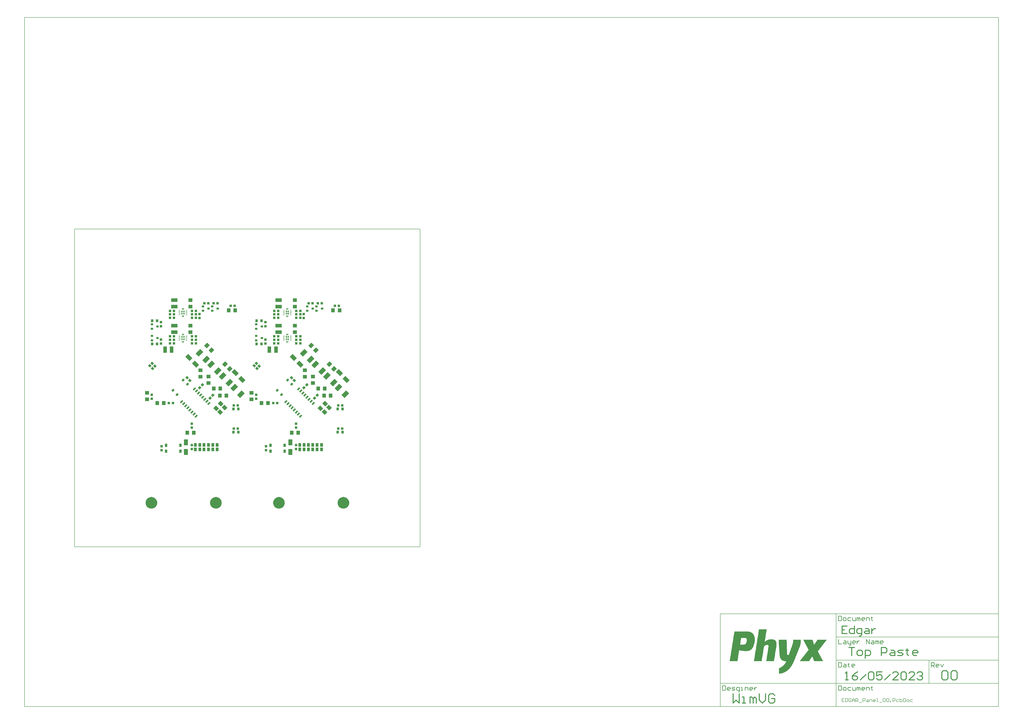
<source format=gtp>
G04*
G04 #@! TF.GenerationSoftware,Altium Limited,Altium Designer,23.5.0 (17)*
G04*
G04 Layer_Color=8421504*
%FSLAX25Y25*%
%MOIN*%
G70*
G04*
G04 #@! TF.SameCoordinates,B4EA8652-FAED-489D-AB06-0C51CEF096E7*
G04*
G04*
G04 #@! TF.FilePolarity,Positive*
G04*
G01*
G75*
%ADD10C,0.01575*%
%ADD11C,0.00591*%
%ADD13C,0.00984*%
G04:AMPARAMS|DCode=17|XSize=25.2mil|YSize=51.97mil|CornerRadius=0mil|HoleSize=0mil|Usage=FLASHONLY|Rotation=135.000|XOffset=0mil|YOffset=0mil|HoleType=Round|Shape=Rectangle|*
%AMROTATEDRECTD17*
4,1,4,0.02728,0.00947,-0.00947,-0.02728,-0.02728,-0.00947,0.00947,0.02728,0.02728,0.00947,0.0*
%
%ADD17ROTATEDRECTD17*%

%ADD18R,0.03937X0.04331*%
G04:AMPARAMS|DCode=19|XSize=39.37mil|YSize=43.31mil|CornerRadius=0mil|HoleSize=0mil|Usage=FLASHONLY|Rotation=225.000|XOffset=0mil|YOffset=0mil|HoleType=Round|Shape=Rectangle|*
%AMROTATEDRECTD19*
4,1,4,-0.00139,0.02923,0.02923,-0.00139,0.00139,-0.02923,-0.02923,0.00139,-0.00139,0.02923,0.0*
%
%ADD19ROTATEDRECTD19*%

G04:AMPARAMS|DCode=20|XSize=43.31mil|YSize=35.43mil|CornerRadius=8.86mil|HoleSize=0mil|Usage=FLASHONLY|Rotation=45.000|XOffset=0mil|YOffset=0mil|HoleType=Round|Shape=RoundedRectangle|*
%AMROUNDEDRECTD20*
21,1,0.04331,0.01772,0,0,45.0*
21,1,0.02559,0.03543,0,0,45.0*
1,1,0.01772,0.01531,0.00278*
1,1,0.01772,-0.00278,-0.01531*
1,1,0.01772,-0.01531,-0.00278*
1,1,0.01772,0.00278,0.01531*
%
%ADD20ROUNDEDRECTD20*%
%ADD21R,0.03937X0.05512*%
%ADD22R,0.06299X0.07087*%
%ADD23R,0.04331X0.03937*%
%ADD24R,0.06693X0.10236*%
%ADD25R,0.04724X0.05906*%
%ADD26O,0.02756X0.00984*%
%ADD28R,0.10630X0.06299*%
%ADD29R,0.07087X0.06299*%
%ADD30R,0.03937X0.03347*%
%ADD31R,0.03937X0.03347*%
G04:AMPARAMS|DCode=32|XSize=39.37mil|YSize=43.31mil|CornerRadius=0mil|HoleSize=0mil|Usage=FLASHONLY|Rotation=135.000|XOffset=0mil|YOffset=0mil|HoleType=Round|Shape=Rectangle|*
%AMROTATEDRECTD32*
4,1,4,0.02923,0.00139,-0.00139,-0.02923,-0.02923,-0.00139,0.00139,0.02923,0.02923,0.00139,0.0*
%
%ADD32ROTATEDRECTD32*%

G04:AMPARAMS|DCode=33|XSize=70.87mil|YSize=62.99mil|CornerRadius=0mil|HoleSize=0mil|Usage=FLASHONLY|Rotation=315.000|XOffset=0mil|YOffset=0mil|HoleType=Round|Shape=Rectangle|*
%AMROTATEDRECTD33*
4,1,4,-0.04733,0.00278,-0.00278,0.04733,0.04733,-0.00278,0.00278,-0.04733,-0.04733,0.00278,0.0*
%
%ADD33ROTATEDRECTD33*%

G04:AMPARAMS|DCode=34|XSize=70.87mil|YSize=62.99mil|CornerRadius=0mil|HoleSize=0mil|Usage=FLASHONLY|Rotation=225.000|XOffset=0mil|YOffset=0mil|HoleType=Round|Shape=Rectangle|*
%AMROTATEDRECTD34*
4,1,4,0.00278,0.04733,0.04733,0.00278,-0.00278,-0.04733,-0.04733,-0.00278,0.00278,0.04733,0.0*
%
%ADD34ROTATEDRECTD34*%

G04:AMPARAMS|DCode=35|XSize=102.36mil|YSize=66.93mil|CornerRadius=0mil|HoleSize=0mil|Usage=FLASHONLY|Rotation=135.000|XOffset=0mil|YOffset=0mil|HoleType=Round|Shape=Rectangle|*
%AMROTATEDRECTD35*
4,1,4,0.05985,-0.01253,0.01253,-0.05985,-0.05985,0.01253,-0.01253,0.05985,0.05985,-0.01253,0.0*
%
%ADD35ROTATEDRECTD35*%

G04:AMPARAMS|DCode=36|XSize=74.8mil|YSize=110.24mil|CornerRadius=0mil|HoleSize=0mil|Usage=FLASHONLY|Rotation=315.000|XOffset=0mil|YOffset=0mil|HoleType=Round|Shape=Rectangle|*
%AMROTATEDRECTD36*
4,1,4,-0.06542,-0.01253,0.01253,0.06542,0.06542,0.01253,-0.01253,-0.06542,-0.06542,-0.01253,0.0*
%
%ADD36ROTATEDRECTD36*%

%ADD37R,0.06299X0.10630*%
%ADD38R,0.03937X0.05118*%
%ADD39C,0.00787*%
%ADD59R,0.01181X0.02756*%
%ADD60R,0.02362X0.03149*%
%ADD61R,0.02362X0.03149*%
G36*
X126493Y-67307D02*
X128284Y-68049D01*
X129896Y-69126D01*
X131267Y-70497D01*
X132344Y-72109D01*
X133086Y-73901D01*
X133464Y-75802D01*
Y-76771D01*
Y-77741D01*
X133086Y-79642D01*
X132344Y-81434D01*
X131267Y-83046D01*
X129896Y-84417D01*
X128284Y-85494D01*
X126493Y-86236D01*
X124591Y-86614D01*
X122652D01*
X120751Y-86236D01*
X118960Y-85494D01*
X117348Y-84417D01*
X115977Y-83046D01*
X114900Y-81434D01*
X114158Y-79642D01*
X113779Y-77741D01*
Y-76771D01*
Y-75802D01*
X114158Y-73901D01*
X114900Y-72109D01*
X115977Y-70497D01*
X117348Y-69126D01*
X118960Y-68049D01*
X120751Y-67307D01*
X122652Y-66929D01*
X124591D01*
X126493Y-67307D01*
D02*
G37*
G36*
X233580Y-67307D02*
X235371Y-68049D01*
X236983Y-69126D01*
X238354Y-70497D01*
X239431Y-72109D01*
X240173Y-73901D01*
X240551Y-75802D01*
Y-76772D01*
Y-77741D01*
X240173Y-79642D01*
X239431Y-81434D01*
X238354Y-83046D01*
X236983Y-84417D01*
X235371Y-85494D01*
X233580Y-86236D01*
X231678Y-86614D01*
X229739D01*
X227838Y-86236D01*
X226047Y-85494D01*
X224434Y-84417D01*
X223064Y-83046D01*
X221987Y-81434D01*
X221245Y-79642D01*
X220866Y-77741D01*
Y-76772D01*
Y-75802D01*
X221245Y-73901D01*
X221987Y-72109D01*
X223064Y-70497D01*
X224434Y-69126D01*
X226047Y-68049D01*
X227838Y-67307D01*
X229739Y-66929D01*
X231678D01*
X233580Y-67307D01*
D02*
G37*
G36*
X343028Y-67307D02*
X344820Y-68049D01*
X346432Y-69126D01*
X347803Y-70497D01*
X348880Y-72109D01*
X349622Y-73901D01*
X350000Y-75802D01*
Y-76772D01*
Y-77741D01*
X349622Y-79643D01*
X348880Y-81434D01*
X347803Y-83046D01*
X346432Y-84417D01*
X344820Y-85494D01*
X343028Y-86236D01*
X341127Y-86614D01*
X339188D01*
X337286Y-86236D01*
X335495Y-85494D01*
X333883Y-84417D01*
X332512Y-83046D01*
X331435Y-81434D01*
X330693Y-79643D01*
X330315Y-77741D01*
Y-76772D01*
Y-75802D01*
X330693Y-73901D01*
X331435Y-72109D01*
X332512Y-70497D01*
X333883Y-69126D01*
X335495Y-68049D01*
X337286Y-67307D01*
X339188Y-66929D01*
X341127D01*
X343028Y-67307D01*
D02*
G37*
G36*
X17044Y-67307D02*
X18835Y-68049D01*
X20448Y-69126D01*
X21818Y-70497D01*
X22896Y-72110D01*
X23638Y-73901D01*
X24016Y-75802D01*
Y-76772D01*
Y-77741D01*
X23638Y-79643D01*
X22896Y-81434D01*
X21818Y-83046D01*
X20448Y-84417D01*
X18835Y-85494D01*
X17044Y-86236D01*
X15143Y-86614D01*
X13204D01*
X11302Y-86236D01*
X9511Y-85494D01*
X7899Y-84417D01*
X6528Y-83046D01*
X5451Y-81434D01*
X4709Y-79643D01*
X4331Y-77741D01*
Y-76772D01*
Y-75802D01*
X4709Y-73901D01*
X5451Y-72110D01*
X6528Y-70497D01*
X7899Y-69126D01*
X9511Y-68049D01*
X11302Y-67307D01*
X13204Y-66929D01*
X15143D01*
X17044Y-67307D01*
D02*
G37*
G36*
X1160849Y-309351D02*
X1160562D01*
Y-309637D01*
X1160276D01*
Y-309924D01*
Y-310210D01*
X1159990D01*
Y-310496D01*
X1159703D01*
Y-310783D01*
X1159417D01*
Y-311069D01*
Y-311355D01*
X1159131D01*
Y-311642D01*
X1158844D01*
Y-311928D01*
X1158558D01*
Y-312214D01*
X1158272D01*
Y-312501D01*
Y-312787D01*
X1157985D01*
Y-313073D01*
X1157699D01*
Y-313359D01*
X1157413D01*
Y-313646D01*
Y-313932D01*
X1157127D01*
Y-314218D01*
X1156840D01*
Y-314505D01*
X1156554D01*
Y-314791D01*
X1156268D01*
Y-315077D01*
Y-315364D01*
X1155981D01*
Y-315650D01*
X1155695D01*
Y-315936D01*
X1155409D01*
Y-316223D01*
Y-316509D01*
X1155122D01*
Y-316795D01*
X1154836D01*
Y-317081D01*
X1154550D01*
Y-317368D01*
Y-317654D01*
X1154263D01*
Y-317940D01*
X1153977D01*
Y-318227D01*
X1153691D01*
Y-318513D01*
X1153405D01*
Y-318799D01*
Y-319086D01*
X1153118D01*
Y-319372D01*
X1152832D01*
Y-319658D01*
X1152546D01*
Y-319945D01*
Y-320231D01*
X1152259D01*
Y-320517D01*
X1151973D01*
Y-320803D01*
X1151687D01*
Y-321090D01*
Y-321376D01*
X1151400D01*
Y-321662D01*
X1151114D01*
Y-321949D01*
X1150828D01*
Y-322235D01*
X1150541D01*
Y-322521D01*
Y-322808D01*
X1150255D01*
Y-323094D01*
X1149969D01*
Y-323380D01*
X1149682D01*
Y-323667D01*
Y-323953D01*
X1149396D01*
Y-324239D01*
X1149110D01*
Y-324526D01*
X1148824D01*
Y-324812D01*
Y-325098D01*
X1148537D01*
Y-325384D01*
X1148251D01*
Y-325671D01*
X1147965D01*
Y-325957D01*
X1147678D01*
Y-326243D01*
Y-326530D01*
X1147392D01*
Y-326816D01*
X1147106D01*
Y-327102D01*
X1146819D01*
Y-327389D01*
Y-327675D01*
X1146533D01*
Y-327961D01*
X1146247D01*
Y-328248D01*
X1145960D01*
Y-328534D01*
X1145674D01*
Y-328820D01*
Y-329107D01*
X1145960D01*
Y-329393D01*
Y-329679D01*
X1146247D01*
Y-329965D01*
Y-330252D01*
X1146533D01*
Y-330538D01*
X1146819D01*
Y-330824D01*
Y-331111D01*
X1147106D01*
Y-331397D01*
Y-331683D01*
X1147392D01*
Y-331970D01*
Y-332256D01*
X1147678D01*
Y-332542D01*
Y-332829D01*
X1147965D01*
Y-333115D01*
Y-333401D01*
X1148251D01*
Y-333688D01*
Y-333974D01*
X1148537D01*
Y-334260D01*
Y-334547D01*
X1148824D01*
Y-334833D01*
Y-335119D01*
X1149110D01*
Y-335405D01*
X1149396D01*
Y-335692D01*
Y-335978D01*
X1149682D01*
Y-336264D01*
Y-336551D01*
X1149969D01*
Y-336837D01*
Y-337123D01*
X1150255D01*
Y-337410D01*
Y-337696D01*
X1150541D01*
Y-337982D01*
Y-338269D01*
X1150828D01*
Y-338555D01*
Y-338841D01*
X1151114D01*
Y-339128D01*
Y-339414D01*
X1151400D01*
Y-339700D01*
X1151687D01*
Y-339986D01*
Y-340273D01*
X1151973D01*
Y-340559D01*
Y-340845D01*
X1152259D01*
Y-341132D01*
Y-341418D01*
X1152546D01*
Y-341704D01*
Y-341991D01*
X1152832D01*
Y-342277D01*
Y-342563D01*
X1153118D01*
Y-342850D01*
Y-343136D01*
X1153405D01*
Y-343422D01*
Y-343709D01*
X1153691D01*
Y-343995D01*
X1153977D01*
Y-344281D01*
Y-344567D01*
X1154263D01*
Y-344854D01*
Y-345140D01*
X1154550D01*
Y-345427D01*
X1139375D01*
Y-345140D01*
X1139089D01*
Y-344854D01*
Y-344567D01*
Y-344281D01*
X1138803D01*
Y-343995D01*
Y-343709D01*
Y-343422D01*
X1138516D01*
Y-343136D01*
Y-342850D01*
X1138230D01*
Y-342563D01*
Y-342277D01*
Y-341991D01*
X1137944D01*
Y-341704D01*
Y-341418D01*
Y-341132D01*
X1137657D01*
Y-340845D01*
Y-340559D01*
X1137371D01*
Y-340273D01*
Y-339986D01*
Y-339700D01*
X1137085D01*
Y-339414D01*
Y-339128D01*
Y-338841D01*
X1136798D01*
Y-338555D01*
Y-338269D01*
Y-337982D01*
X1136512D01*
Y-337696D01*
X1135939D01*
Y-337982D01*
Y-338269D01*
X1135653D01*
Y-338555D01*
X1135367D01*
Y-338841D01*
Y-339128D01*
X1135081D01*
Y-339414D01*
X1134794D01*
Y-339700D01*
Y-339986D01*
X1134508D01*
Y-340273D01*
X1134221D01*
Y-340559D01*
Y-340845D01*
X1133935D01*
Y-341132D01*
X1133649D01*
Y-341418D01*
X1133363D01*
Y-341704D01*
Y-341991D01*
X1133076D01*
Y-342277D01*
X1132790D01*
Y-342563D01*
Y-342850D01*
X1132504D01*
Y-343136D01*
X1132217D01*
Y-343422D01*
Y-343709D01*
X1131931D01*
Y-343995D01*
X1131645D01*
Y-344281D01*
Y-344567D01*
X1131358D01*
Y-344854D01*
X1131072D01*
Y-345140D01*
Y-345427D01*
X1115039D01*
Y-345140D01*
X1115325D01*
Y-344854D01*
X1115611D01*
Y-344567D01*
X1115897D01*
Y-344281D01*
X1116184D01*
Y-343995D01*
Y-343709D01*
X1116470D01*
Y-343422D01*
X1116757D01*
Y-343136D01*
X1117043D01*
Y-342850D01*
X1117329D01*
Y-342563D01*
Y-342277D01*
X1117615D01*
Y-341991D01*
X1117902D01*
Y-341704D01*
X1118188D01*
Y-341418D01*
Y-341132D01*
X1118474D01*
Y-340845D01*
X1118761D01*
Y-340559D01*
X1119047D01*
Y-340273D01*
X1119333D01*
Y-339986D01*
Y-339700D01*
X1119620D01*
Y-339414D01*
X1119906D01*
Y-339128D01*
X1120192D01*
Y-338841D01*
X1120479D01*
Y-338555D01*
Y-338269D01*
X1120765D01*
Y-337982D01*
X1121051D01*
Y-337696D01*
X1121338D01*
Y-337410D01*
Y-337123D01*
X1121624D01*
Y-336837D01*
X1121910D01*
Y-336551D01*
X1122196D01*
Y-336264D01*
X1122483D01*
Y-335978D01*
Y-335692D01*
X1122769D01*
Y-335405D01*
X1123055D01*
Y-335119D01*
X1123342D01*
Y-334833D01*
Y-334547D01*
X1123628D01*
Y-334260D01*
X1123914D01*
Y-333974D01*
X1124201D01*
Y-333688D01*
X1124487D01*
Y-333401D01*
Y-333115D01*
X1124773D01*
Y-332829D01*
X1125060D01*
Y-332542D01*
X1125346D01*
Y-332256D01*
Y-331970D01*
X1125632D01*
Y-331683D01*
X1125918D01*
Y-331397D01*
X1126205D01*
Y-331111D01*
X1126491D01*
Y-330824D01*
Y-330538D01*
X1126777D01*
Y-330252D01*
X1127064D01*
Y-329965D01*
X1127350D01*
Y-329679D01*
X1127636D01*
Y-329393D01*
Y-329107D01*
X1127923D01*
Y-328820D01*
X1128209D01*
Y-328534D01*
X1128495D01*
Y-328248D01*
Y-327961D01*
X1128782D01*
Y-327675D01*
X1129068D01*
Y-327389D01*
X1129354D01*
Y-327102D01*
X1129640D01*
Y-326816D01*
Y-326530D01*
X1129927D01*
Y-326243D01*
Y-325957D01*
Y-325671D01*
X1129640D01*
Y-325384D01*
X1129354D01*
Y-325098D01*
Y-324812D01*
X1129068D01*
Y-324526D01*
Y-324239D01*
X1128782D01*
Y-323953D01*
Y-323667D01*
X1128495D01*
Y-323380D01*
Y-323094D01*
X1128209D01*
Y-322808D01*
Y-322521D01*
X1127923D01*
Y-322235D01*
Y-321949D01*
X1127636D01*
Y-321662D01*
X1127350D01*
Y-321376D01*
Y-321090D01*
X1127064D01*
Y-320803D01*
Y-320517D01*
X1126777D01*
Y-320231D01*
Y-319945D01*
X1126491D01*
Y-319658D01*
Y-319372D01*
X1126205D01*
Y-319086D01*
Y-318799D01*
X1125918D01*
Y-318513D01*
Y-318227D01*
X1125632D01*
Y-317940D01*
X1125346D01*
Y-317654D01*
Y-317368D01*
X1125060D01*
Y-317081D01*
Y-316795D01*
X1124773D01*
Y-316509D01*
Y-316223D01*
X1124487D01*
Y-315936D01*
Y-315650D01*
X1124201D01*
Y-315364D01*
Y-315077D01*
X1123914D01*
Y-314791D01*
Y-314505D01*
X1123628D01*
Y-314218D01*
Y-313932D01*
X1123342D01*
Y-313646D01*
X1123055D01*
Y-313359D01*
Y-313073D01*
X1122769D01*
Y-312787D01*
Y-312501D01*
X1122483D01*
Y-312214D01*
Y-311928D01*
X1122196D01*
Y-311642D01*
Y-311355D01*
X1121910D01*
Y-311069D01*
Y-310783D01*
X1121624D01*
Y-310496D01*
Y-310210D01*
X1121338D01*
Y-309924D01*
X1121051D01*
Y-309637D01*
Y-309351D01*
X1120765D01*
Y-309065D01*
X1136512D01*
Y-309351D01*
X1136798D01*
Y-309637D01*
Y-309924D01*
Y-310210D01*
X1137085D01*
Y-310496D01*
Y-310783D01*
Y-311069D01*
X1137371D01*
Y-311355D01*
Y-311642D01*
Y-311928D01*
X1137657D01*
Y-312214D01*
Y-312501D01*
Y-312787D01*
X1137944D01*
Y-313073D01*
Y-313359D01*
Y-313646D01*
X1138230D01*
Y-313932D01*
Y-314218D01*
Y-314505D01*
X1138516D01*
Y-314791D01*
Y-315077D01*
Y-315364D01*
X1138803D01*
Y-315650D01*
Y-315936D01*
Y-316223D01*
X1139089D01*
Y-316509D01*
Y-316795D01*
Y-317081D01*
Y-317368D01*
X1139662D01*
Y-317081D01*
X1139948D01*
Y-316795D01*
X1140234D01*
Y-316509D01*
Y-316223D01*
X1140520D01*
Y-315936D01*
X1140807D01*
Y-315650D01*
Y-315364D01*
X1141093D01*
Y-315077D01*
X1141379D01*
Y-314791D01*
Y-314505D01*
X1141666D01*
Y-314218D01*
X1141952D01*
Y-313932D01*
Y-313646D01*
X1142238D01*
Y-313359D01*
X1142525D01*
Y-313073D01*
Y-312787D01*
X1142811D01*
Y-312501D01*
X1143097D01*
Y-312214D01*
Y-311928D01*
X1143384D01*
Y-311642D01*
X1143670D01*
Y-311355D01*
Y-311069D01*
X1143956D01*
Y-310783D01*
X1144242D01*
Y-310496D01*
Y-310210D01*
X1144529D01*
Y-309924D01*
X1144815D01*
Y-309637D01*
Y-309351D01*
X1145101D01*
Y-309065D01*
X1160849D01*
Y-309351D01*
D02*
G37*
G36*
X1027713Y-295322D02*
X1029431D01*
Y-295608D01*
X1030290D01*
Y-295894D01*
X1031149D01*
Y-296181D01*
X1032008D01*
Y-296467D01*
X1032580D01*
Y-296753D01*
X1032867D01*
Y-297040D01*
X1033439D01*
Y-297326D01*
X1033726D01*
Y-297612D01*
X1034298D01*
Y-297899D01*
X1034585D01*
Y-298185D01*
X1034871D01*
Y-298471D01*
X1035157D01*
Y-298758D01*
X1035444D01*
Y-299044D01*
X1035730D01*
Y-299330D01*
X1036016D01*
Y-299616D01*
Y-299903D01*
X1036302D01*
Y-300189D01*
X1036589D01*
Y-300475D01*
Y-300762D01*
X1036875D01*
Y-301048D01*
X1037162D01*
Y-301334D01*
Y-301621D01*
X1037448D01*
Y-301907D01*
Y-302193D01*
Y-302480D01*
X1037734D01*
Y-302766D01*
Y-303052D01*
Y-303339D01*
X1038020D01*
Y-303625D01*
Y-303911D01*
Y-304197D01*
Y-304484D01*
X1038307D01*
Y-304770D01*
Y-305056D01*
Y-305343D01*
Y-305629D01*
Y-305915D01*
X1038593D01*
Y-306202D01*
Y-306488D01*
Y-306774D01*
Y-307061D01*
Y-307347D01*
Y-307633D01*
Y-307920D01*
Y-308206D01*
Y-308492D01*
Y-308778D01*
Y-309065D01*
Y-309351D01*
Y-309637D01*
Y-309924D01*
Y-310210D01*
Y-310496D01*
Y-310783D01*
Y-311069D01*
Y-311355D01*
Y-311642D01*
X1038307D01*
Y-311928D01*
Y-312214D01*
Y-312501D01*
Y-312787D01*
Y-313073D01*
Y-313359D01*
Y-313646D01*
X1038020D01*
Y-313932D01*
Y-314218D01*
Y-314505D01*
Y-314791D01*
Y-315077D01*
X1037734D01*
Y-315364D01*
Y-315650D01*
Y-315936D01*
Y-316223D01*
Y-316509D01*
X1037448D01*
Y-316795D01*
Y-317081D01*
Y-317368D01*
X1037162D01*
Y-317654D01*
Y-317940D01*
Y-318227D01*
Y-318513D01*
X1036875D01*
Y-318799D01*
Y-319086D01*
Y-319372D01*
X1036589D01*
Y-319658D01*
Y-319945D01*
X1036302D01*
Y-320231D01*
Y-320517D01*
Y-320803D01*
X1036016D01*
Y-321090D01*
Y-321376D01*
X1035730D01*
Y-321662D01*
Y-321949D01*
X1035444D01*
Y-322235D01*
Y-322521D01*
X1035157D01*
Y-322808D01*
X1034871D01*
Y-323094D01*
Y-323380D01*
X1034585D01*
Y-323667D01*
X1034298D01*
Y-323953D01*
X1034012D01*
Y-324239D01*
Y-324526D01*
X1033726D01*
Y-324812D01*
X1033439D01*
Y-325098D01*
X1033153D01*
Y-325384D01*
X1032867D01*
Y-325671D01*
X1032580D01*
Y-325957D01*
X1032008D01*
Y-326243D01*
X1031722D01*
Y-326530D01*
X1031149D01*
Y-326816D01*
X1030863D01*
Y-327102D01*
X1030290D01*
Y-327389D01*
X1029431D01*
Y-327675D01*
X1028572D01*
Y-327961D01*
X1027713D01*
Y-328248D01*
X1025995D01*
Y-328534D01*
X1020842D01*
Y-328248D01*
X1018265D01*
Y-327961D01*
X1016261D01*
Y-327675D01*
X1014829D01*
Y-327389D01*
X1013398D01*
Y-327102D01*
X1011966D01*
Y-327389D01*
Y-327675D01*
Y-327961D01*
Y-328248D01*
Y-328534D01*
Y-328820D01*
Y-329107D01*
X1011680D01*
Y-329393D01*
Y-329679D01*
Y-329965D01*
Y-330252D01*
Y-330538D01*
Y-330824D01*
X1011393D01*
Y-331111D01*
Y-331397D01*
Y-331683D01*
Y-331970D01*
Y-332256D01*
Y-332542D01*
X1011107D01*
Y-332829D01*
Y-333115D01*
Y-333401D01*
Y-333688D01*
Y-333974D01*
Y-334260D01*
Y-334547D01*
X1010821D01*
Y-334833D01*
Y-335119D01*
Y-335405D01*
Y-335692D01*
Y-335978D01*
Y-336264D01*
X1010534D01*
Y-336551D01*
Y-336837D01*
Y-337123D01*
Y-337410D01*
Y-337696D01*
Y-337982D01*
X1010248D01*
Y-338269D01*
Y-338555D01*
Y-338841D01*
Y-339128D01*
Y-339414D01*
Y-339700D01*
Y-339986D01*
X1009962D01*
Y-340273D01*
Y-340559D01*
Y-340845D01*
Y-341132D01*
Y-341418D01*
Y-341704D01*
X1009676D01*
Y-341991D01*
Y-342277D01*
Y-342563D01*
Y-342850D01*
Y-343136D01*
Y-343422D01*
X1009389D01*
Y-343709D01*
Y-343995D01*
Y-344281D01*
Y-344567D01*
Y-344854D01*
Y-345140D01*
Y-345427D01*
X995932D01*
Y-345140D01*
X996219D01*
Y-344854D01*
Y-344567D01*
Y-344281D01*
Y-343995D01*
Y-343709D01*
X996505D01*
Y-343422D01*
Y-343136D01*
Y-342850D01*
Y-342563D01*
Y-342277D01*
Y-341991D01*
Y-341704D01*
X996791D01*
Y-341418D01*
Y-341132D01*
Y-340845D01*
Y-340559D01*
Y-340273D01*
Y-339986D01*
X997078D01*
Y-339700D01*
Y-339414D01*
Y-339128D01*
Y-338841D01*
Y-338555D01*
Y-338269D01*
X997364D01*
Y-337982D01*
Y-337696D01*
Y-337410D01*
Y-337123D01*
Y-336837D01*
Y-336551D01*
Y-336264D01*
X997650D01*
Y-335978D01*
Y-335692D01*
Y-335405D01*
Y-335119D01*
Y-334833D01*
Y-334547D01*
X997937D01*
Y-334260D01*
Y-333974D01*
Y-333688D01*
Y-333401D01*
Y-333115D01*
Y-332829D01*
X998223D01*
Y-332542D01*
Y-332256D01*
Y-331970D01*
Y-331683D01*
Y-331397D01*
Y-331111D01*
X998509D01*
Y-330824D01*
Y-330538D01*
Y-330252D01*
Y-329965D01*
Y-329679D01*
Y-329393D01*
Y-329107D01*
X998796D01*
Y-328820D01*
Y-328534D01*
Y-328248D01*
Y-327961D01*
Y-327675D01*
Y-327389D01*
X999082D01*
Y-327102D01*
Y-326816D01*
Y-326530D01*
Y-326243D01*
Y-325957D01*
Y-325671D01*
X999368D01*
Y-325384D01*
Y-325098D01*
Y-324812D01*
Y-324526D01*
Y-324239D01*
Y-323953D01*
X999654D01*
Y-323667D01*
Y-323380D01*
Y-323094D01*
Y-322808D01*
Y-322521D01*
Y-322235D01*
Y-321949D01*
X999941D01*
Y-321662D01*
Y-321376D01*
Y-321090D01*
Y-320803D01*
Y-320517D01*
Y-320231D01*
X1000227D01*
Y-319945D01*
Y-319658D01*
Y-319372D01*
Y-319086D01*
Y-318799D01*
Y-318513D01*
X1000513D01*
Y-318227D01*
Y-317940D01*
Y-317654D01*
Y-317368D01*
Y-317081D01*
Y-316795D01*
Y-316509D01*
X1000800D01*
Y-316223D01*
Y-315936D01*
Y-315650D01*
Y-315364D01*
Y-315077D01*
Y-314791D01*
X1001086D01*
Y-314505D01*
Y-314218D01*
Y-313932D01*
Y-313646D01*
Y-313359D01*
Y-313073D01*
X1001372D01*
Y-312787D01*
Y-312501D01*
Y-312214D01*
Y-311928D01*
Y-311642D01*
Y-311355D01*
X1001659D01*
Y-311069D01*
Y-310783D01*
Y-310496D01*
Y-310210D01*
Y-309924D01*
Y-309637D01*
Y-309351D01*
X1001945D01*
Y-309065D01*
Y-308778D01*
Y-308492D01*
Y-308206D01*
Y-307920D01*
Y-307633D01*
X1002231D01*
Y-307347D01*
Y-307061D01*
Y-306774D01*
Y-306488D01*
Y-306202D01*
Y-305915D01*
X1002518D01*
Y-305629D01*
Y-305343D01*
Y-305056D01*
Y-304770D01*
Y-304484D01*
Y-304197D01*
Y-303911D01*
X1002804D01*
Y-303625D01*
Y-303339D01*
Y-303052D01*
Y-302766D01*
Y-302480D01*
Y-302193D01*
X1003090D01*
Y-301907D01*
Y-301621D01*
Y-301334D01*
Y-301048D01*
Y-300762D01*
Y-300475D01*
X1003377D01*
Y-300189D01*
Y-299903D01*
Y-299616D01*
Y-299330D01*
Y-299044D01*
Y-298758D01*
Y-298471D01*
X1003663D01*
Y-298185D01*
Y-297899D01*
Y-297612D01*
Y-297326D01*
Y-297040D01*
Y-296753D01*
X1003949D01*
Y-296467D01*
Y-296181D01*
Y-295894D01*
Y-295608D01*
Y-295322D01*
Y-295035D01*
X1027713D01*
Y-295322D01*
D02*
G37*
G36*
X1116757Y-309351D02*
Y-309637D01*
Y-309924D01*
Y-310210D01*
Y-310496D01*
Y-310783D01*
Y-311069D01*
Y-311355D01*
Y-311642D01*
Y-311928D01*
Y-312214D01*
Y-312501D01*
Y-312787D01*
Y-313073D01*
Y-313359D01*
Y-313646D01*
Y-313932D01*
Y-314218D01*
Y-314505D01*
Y-314791D01*
Y-315077D01*
X1116470D01*
Y-315364D01*
Y-315650D01*
Y-315936D01*
Y-316223D01*
Y-316509D01*
X1116184D01*
Y-316795D01*
Y-317081D01*
Y-317368D01*
Y-317654D01*
X1115897D01*
Y-317940D01*
Y-318227D01*
Y-318513D01*
Y-318799D01*
X1115611D01*
Y-319086D01*
Y-319372D01*
Y-319658D01*
X1115325D01*
Y-319945D01*
Y-320231D01*
Y-320517D01*
X1115039D01*
Y-320803D01*
Y-321090D01*
Y-321376D01*
X1114752D01*
Y-321662D01*
Y-321949D01*
Y-322235D01*
X1114466D01*
Y-322521D01*
Y-322808D01*
X1114180D01*
Y-323094D01*
Y-323380D01*
X1113893D01*
Y-323667D01*
Y-323953D01*
Y-324239D01*
X1113607D01*
Y-324526D01*
Y-324812D01*
X1113321D01*
Y-325098D01*
Y-325384D01*
Y-325671D01*
X1113034D01*
Y-325957D01*
Y-326243D01*
X1112748D01*
Y-326530D01*
Y-326816D01*
Y-327102D01*
X1112462D01*
Y-327389D01*
Y-327675D01*
X1112175D01*
Y-327961D01*
Y-328248D01*
Y-328534D01*
X1111889D01*
Y-328820D01*
Y-329107D01*
X1111603D01*
Y-329393D01*
Y-329679D01*
Y-329965D01*
X1111316D01*
Y-330252D01*
Y-330538D01*
X1111030D01*
Y-330824D01*
Y-331111D01*
Y-331397D01*
X1110744D01*
Y-331683D01*
Y-331970D01*
X1110458D01*
Y-332256D01*
Y-332542D01*
Y-332829D01*
X1110171D01*
Y-333115D01*
Y-333401D01*
X1109885D01*
Y-333688D01*
Y-333974D01*
Y-334260D01*
X1109599D01*
Y-334547D01*
Y-334833D01*
X1109312D01*
Y-335119D01*
Y-335405D01*
Y-335692D01*
X1109026D01*
Y-335978D01*
Y-336264D01*
X1108740D01*
Y-336551D01*
Y-336837D01*
Y-337123D01*
X1108453D01*
Y-337410D01*
Y-337696D01*
X1108167D01*
Y-337982D01*
Y-338269D01*
Y-338555D01*
X1107881D01*
Y-338841D01*
Y-339128D01*
X1107594D01*
Y-339414D01*
Y-339700D01*
Y-339986D01*
X1107308D01*
Y-340273D01*
Y-340559D01*
X1107022D01*
Y-340845D01*
Y-341132D01*
Y-341418D01*
X1106736D01*
Y-341704D01*
Y-341991D01*
X1106449D01*
Y-342277D01*
Y-342563D01*
Y-342850D01*
X1106163D01*
Y-343136D01*
Y-343422D01*
X1105877D01*
Y-343709D01*
Y-343995D01*
Y-344281D01*
X1105590D01*
Y-344567D01*
Y-344854D01*
X1105304D01*
Y-345140D01*
Y-345427D01*
Y-345713D01*
X1105018D01*
Y-345999D01*
Y-346285D01*
X1104731D01*
Y-346572D01*
Y-346858D01*
X1104445D01*
Y-347144D01*
Y-347431D01*
X1104159D01*
Y-347717D01*
Y-348003D01*
Y-348290D01*
X1103872D01*
Y-348576D01*
X1103586D01*
Y-348862D01*
Y-349149D01*
Y-349435D01*
X1103300D01*
Y-349721D01*
X1103013D01*
Y-350008D01*
Y-350294D01*
X1102727D01*
Y-350580D01*
Y-350866D01*
X1102441D01*
Y-351153D01*
Y-351439D01*
X1102155D01*
Y-351725D01*
Y-352012D01*
X1101868D01*
Y-352298D01*
X1101582D01*
Y-352584D01*
Y-352871D01*
X1101296D01*
Y-353157D01*
Y-353443D01*
X1101009D01*
Y-353730D01*
X1100723D01*
Y-354016D01*
X1100437D01*
Y-354302D01*
Y-354589D01*
X1100150D01*
Y-354875D01*
X1099864D01*
Y-355161D01*
Y-355447D01*
X1099578D01*
Y-355734D01*
X1099291D01*
Y-356020D01*
X1099005D01*
Y-356306D01*
Y-356593D01*
X1098719D01*
Y-356879D01*
X1098432D01*
Y-357165D01*
X1098146D01*
Y-357452D01*
X1097860D01*
Y-357738D01*
X1097573D01*
Y-358024D01*
Y-358311D01*
X1097287D01*
Y-358597D01*
X1097001D01*
Y-358883D01*
X1096715D01*
Y-359170D01*
X1096428D01*
Y-359456D01*
X1096142D01*
Y-359742D01*
X1095856D01*
Y-360028D01*
X1095569D01*
Y-360315D01*
X1094997D01*
Y-360601D01*
X1094710D01*
Y-360887D01*
X1094424D01*
Y-361174D01*
X1094138D01*
Y-361460D01*
X1093851D01*
Y-361746D01*
X1093279D01*
Y-362033D01*
X1092992D01*
Y-362319D01*
X1092420D01*
Y-362605D01*
X1092134D01*
Y-362892D01*
X1091561D01*
Y-363178D01*
X1091275D01*
Y-363464D01*
X1090702D01*
Y-363751D01*
X1090129D01*
Y-364037D01*
X1089557D01*
Y-364323D01*
X1088984D01*
Y-364609D01*
X1088412D01*
Y-364896D01*
X1087553D01*
Y-365182D01*
X1086980D01*
Y-365468D01*
X1086121D01*
Y-365755D01*
X1084976D01*
Y-366041D01*
X1083831D01*
Y-366327D01*
X1082113D01*
Y-366614D01*
X1080108D01*
Y-366900D01*
X1079822D01*
Y-366614D01*
Y-366327D01*
Y-366041D01*
Y-365755D01*
Y-365468D01*
Y-365182D01*
Y-364896D01*
Y-364609D01*
Y-364323D01*
Y-364037D01*
Y-363751D01*
Y-363464D01*
Y-363178D01*
Y-362892D01*
Y-362605D01*
Y-362319D01*
Y-362033D01*
Y-361746D01*
Y-361460D01*
Y-361174D01*
Y-360887D01*
Y-360601D01*
Y-360315D01*
Y-360028D01*
Y-359742D01*
Y-359456D01*
Y-359170D01*
Y-358883D01*
Y-358597D01*
Y-358311D01*
Y-358024D01*
Y-357738D01*
Y-357452D01*
X1080395D01*
Y-357165D01*
X1080967D01*
Y-356879D01*
X1081540D01*
Y-356593D01*
X1082113D01*
Y-356306D01*
X1082685D01*
Y-356020D01*
X1083258D01*
Y-355734D01*
X1083544D01*
Y-355447D01*
X1084117D01*
Y-355161D01*
X1084403D01*
Y-354875D01*
X1084976D01*
Y-354589D01*
X1085262D01*
Y-354302D01*
X1085548D01*
Y-354016D01*
X1086121D01*
Y-353730D01*
X1086407D01*
Y-353443D01*
X1086694D01*
Y-353157D01*
X1086980D01*
Y-352871D01*
X1087266D01*
Y-352584D01*
X1087553D01*
Y-352298D01*
X1087839D01*
Y-352012D01*
X1088125D01*
Y-351725D01*
X1088412D01*
Y-351439D01*
X1088698D01*
Y-351153D01*
X1088984D01*
Y-350866D01*
X1089270D01*
Y-350580D01*
Y-350294D01*
X1089557D01*
Y-350008D01*
X1089843D01*
Y-349721D01*
X1090129D01*
Y-349435D01*
Y-349149D01*
X1090416D01*
Y-348862D01*
X1090702D01*
Y-348576D01*
Y-348290D01*
X1090988D01*
Y-348003D01*
Y-347717D01*
X1091275D01*
Y-347431D01*
X1091561D01*
Y-347144D01*
Y-346858D01*
X1091847D01*
Y-346572D01*
Y-346285D01*
X1092134D01*
Y-345999D01*
Y-345713D01*
X1090416D01*
Y-345427D01*
X1088412D01*
Y-345140D01*
X1087266D01*
Y-344854D01*
X1086694D01*
Y-344567D01*
X1085835D01*
Y-344281D01*
X1085262D01*
Y-343995D01*
X1084976D01*
Y-343709D01*
X1084403D01*
Y-343422D01*
X1084117D01*
Y-343136D01*
X1083831D01*
Y-342850D01*
X1083544D01*
Y-342563D01*
X1083258D01*
Y-342277D01*
X1082971D01*
Y-341991D01*
Y-341704D01*
X1082685D01*
Y-341418D01*
X1082399D01*
Y-341132D01*
Y-340845D01*
X1082113D01*
Y-340559D01*
Y-340273D01*
X1081826D01*
Y-339986D01*
Y-339700D01*
X1081540D01*
Y-339414D01*
Y-339128D01*
Y-338841D01*
X1081254D01*
Y-338555D01*
Y-338269D01*
Y-337982D01*
Y-337696D01*
X1080967D01*
Y-337410D01*
Y-337123D01*
Y-336837D01*
Y-336551D01*
Y-336264D01*
Y-335978D01*
Y-335692D01*
X1080681D01*
Y-335405D01*
Y-335119D01*
Y-334833D01*
Y-334547D01*
Y-334260D01*
Y-333974D01*
Y-333688D01*
Y-333401D01*
Y-333115D01*
Y-332829D01*
Y-332542D01*
Y-332256D01*
Y-331970D01*
Y-331683D01*
Y-331397D01*
X1080395D01*
Y-331111D01*
Y-330824D01*
Y-330538D01*
Y-330252D01*
Y-329965D01*
Y-329679D01*
Y-329393D01*
Y-329107D01*
Y-328820D01*
Y-328534D01*
Y-328248D01*
Y-327961D01*
Y-327675D01*
Y-327389D01*
Y-327102D01*
X1080108D01*
Y-326816D01*
Y-326530D01*
Y-326243D01*
Y-325957D01*
Y-325671D01*
Y-325384D01*
Y-325098D01*
Y-324812D01*
Y-324526D01*
Y-324239D01*
Y-323953D01*
Y-323667D01*
Y-323380D01*
Y-323094D01*
Y-322808D01*
Y-322521D01*
X1079822D01*
Y-322235D01*
Y-321949D01*
Y-321662D01*
Y-321376D01*
Y-321090D01*
Y-320803D01*
Y-320517D01*
Y-320231D01*
Y-319945D01*
Y-319658D01*
Y-319372D01*
Y-319086D01*
Y-318799D01*
Y-318513D01*
Y-318227D01*
Y-317940D01*
X1079536D01*
Y-317654D01*
Y-317368D01*
Y-317081D01*
Y-316795D01*
Y-316509D01*
Y-316223D01*
Y-315936D01*
Y-315650D01*
Y-315364D01*
Y-315077D01*
Y-314791D01*
Y-314505D01*
Y-314218D01*
Y-313932D01*
X1079249D01*
Y-313646D01*
Y-313359D01*
Y-313073D01*
Y-312787D01*
Y-312501D01*
Y-312214D01*
Y-311928D01*
Y-311642D01*
Y-311355D01*
Y-311069D01*
Y-310783D01*
Y-310496D01*
Y-310210D01*
Y-309924D01*
Y-309637D01*
Y-309351D01*
X1078963D01*
Y-309065D01*
X1092706D01*
Y-309351D01*
Y-309637D01*
Y-309924D01*
Y-310210D01*
Y-310496D01*
Y-310783D01*
Y-311069D01*
Y-311355D01*
Y-311642D01*
Y-311928D01*
Y-312214D01*
Y-312501D01*
Y-312787D01*
Y-313073D01*
X1092992D01*
Y-313359D01*
Y-313646D01*
Y-313932D01*
Y-314218D01*
Y-314505D01*
Y-314791D01*
Y-315077D01*
Y-315364D01*
Y-315650D01*
Y-315936D01*
Y-316223D01*
Y-316509D01*
Y-316795D01*
Y-317081D01*
Y-317368D01*
Y-317654D01*
Y-317940D01*
Y-318227D01*
Y-318513D01*
Y-318799D01*
Y-319086D01*
Y-319372D01*
Y-319658D01*
Y-319945D01*
Y-320231D01*
Y-320517D01*
Y-320803D01*
Y-321090D01*
Y-321376D01*
Y-321662D01*
Y-321949D01*
Y-322235D01*
Y-322521D01*
Y-322808D01*
Y-323094D01*
Y-323380D01*
Y-323667D01*
Y-323953D01*
Y-324239D01*
Y-324526D01*
Y-324812D01*
X1093279D01*
Y-325098D01*
X1092992D01*
Y-325384D01*
Y-325671D01*
X1093279D01*
Y-325957D01*
Y-326243D01*
Y-326530D01*
Y-326816D01*
Y-327102D01*
Y-327389D01*
Y-327675D01*
Y-327961D01*
Y-328248D01*
Y-328534D01*
Y-328820D01*
Y-329107D01*
Y-329393D01*
Y-329679D01*
Y-329965D01*
Y-330252D01*
Y-330538D01*
Y-330824D01*
Y-331111D01*
Y-331397D01*
Y-331683D01*
Y-331970D01*
Y-332256D01*
Y-332542D01*
Y-332829D01*
Y-333115D01*
X1093565D01*
Y-333401D01*
Y-333688D01*
Y-333974D01*
X1093851D01*
Y-334260D01*
X1094138D01*
Y-334547D01*
X1094424D01*
Y-334833D01*
X1095283D01*
Y-335119D01*
X1096142D01*
Y-334833D01*
X1096428D01*
Y-334547D01*
Y-334260D01*
Y-333974D01*
X1096715D01*
Y-333688D01*
Y-333401D01*
X1097001D01*
Y-333115D01*
Y-332829D01*
Y-332542D01*
X1097287D01*
Y-332256D01*
Y-331970D01*
Y-331683D01*
X1097573D01*
Y-331397D01*
Y-331111D01*
Y-330824D01*
X1097860D01*
Y-330538D01*
Y-330252D01*
Y-329965D01*
X1098146D01*
Y-329679D01*
Y-329393D01*
X1098432D01*
Y-329107D01*
Y-328820D01*
Y-328534D01*
X1098719D01*
Y-328248D01*
Y-327961D01*
Y-327675D01*
X1099005D01*
Y-327389D01*
Y-327102D01*
Y-326816D01*
X1099291D01*
Y-326530D01*
Y-326243D01*
X1099578D01*
Y-325957D01*
Y-325671D01*
Y-325384D01*
X1099864D01*
Y-325098D01*
Y-324812D01*
Y-324526D01*
X1100150D01*
Y-324239D01*
Y-323953D01*
Y-323667D01*
X1100437D01*
Y-323380D01*
Y-323094D01*
X1100723D01*
Y-322808D01*
Y-322521D01*
Y-322235D01*
X1101009D01*
Y-321949D01*
Y-321662D01*
Y-321376D01*
X1101296D01*
Y-321090D01*
Y-320803D01*
Y-320517D01*
X1101582D01*
Y-320231D01*
Y-319945D01*
X1101868D01*
Y-319658D01*
Y-319372D01*
Y-319086D01*
X1102155D01*
Y-318799D01*
Y-318513D01*
Y-318227D01*
X1102441D01*
Y-317940D01*
Y-317654D01*
Y-317368D01*
X1102727D01*
Y-317081D01*
Y-316795D01*
Y-316509D01*
Y-316223D01*
X1103013D01*
Y-315936D01*
Y-315650D01*
Y-315364D01*
Y-315077D01*
X1103300D01*
Y-314791D01*
Y-314505D01*
Y-314218D01*
Y-313932D01*
Y-313646D01*
X1103586D01*
Y-313359D01*
Y-313073D01*
Y-312787D01*
Y-312501D01*
Y-312214D01*
Y-311928D01*
X1103872D01*
Y-311642D01*
Y-311355D01*
Y-311069D01*
Y-310783D01*
Y-310496D01*
Y-310210D01*
Y-309924D01*
Y-309637D01*
Y-309351D01*
Y-309065D01*
X1116757D01*
Y-309351D01*
D02*
G37*
G36*
X1058921Y-291886D02*
Y-292172D01*
X1058635D01*
Y-292459D01*
Y-292745D01*
Y-293031D01*
Y-293318D01*
Y-293604D01*
Y-293890D01*
X1058349D01*
Y-294177D01*
Y-294463D01*
Y-294749D01*
Y-295035D01*
Y-295322D01*
Y-295608D01*
X1058062D01*
Y-295894D01*
Y-296181D01*
Y-296467D01*
Y-296753D01*
Y-297040D01*
Y-297326D01*
Y-297612D01*
X1057776D01*
Y-297899D01*
Y-298185D01*
Y-298471D01*
Y-298758D01*
Y-299044D01*
Y-299330D01*
X1057490D01*
Y-299616D01*
Y-299903D01*
Y-300189D01*
Y-300475D01*
Y-300762D01*
Y-301048D01*
X1057203D01*
Y-301334D01*
Y-301621D01*
Y-301907D01*
Y-302193D01*
Y-302480D01*
Y-302766D01*
Y-303052D01*
X1056917D01*
Y-303339D01*
Y-303625D01*
Y-303911D01*
Y-304197D01*
Y-304484D01*
Y-304770D01*
X1056631D01*
Y-305056D01*
Y-305343D01*
Y-305629D01*
Y-305915D01*
Y-306202D01*
Y-306488D01*
X1056344D01*
Y-306774D01*
Y-307061D01*
Y-307347D01*
Y-307633D01*
Y-307920D01*
Y-308206D01*
X1056058D01*
Y-308492D01*
Y-308778D01*
Y-309065D01*
Y-309351D01*
Y-309637D01*
Y-309924D01*
Y-310210D01*
X1055772D01*
Y-310496D01*
Y-310783D01*
Y-311069D01*
Y-311355D01*
Y-311642D01*
Y-311928D01*
X1055486D01*
Y-312214D01*
Y-312501D01*
X1056058D01*
Y-312214D01*
X1056344D01*
Y-311928D01*
X1056631D01*
Y-311642D01*
X1057203D01*
Y-311355D01*
X1057490D01*
Y-311069D01*
X1057776D01*
Y-310783D01*
X1058349D01*
Y-310496D01*
X1058921D01*
Y-310210D01*
X1059208D01*
Y-309924D01*
X1059780D01*
Y-309637D01*
X1060639D01*
Y-309351D01*
X1061212D01*
Y-309065D01*
X1062071D01*
Y-308778D01*
X1063502D01*
Y-308492D01*
X1069801D01*
Y-308778D01*
X1070946D01*
Y-309065D01*
X1071805D01*
Y-309351D01*
X1072378D01*
Y-309637D01*
X1072664D01*
Y-309924D01*
X1073237D01*
Y-310210D01*
X1073523D01*
Y-310496D01*
X1073810D01*
Y-310783D01*
X1074096D01*
Y-311069D01*
X1074382D01*
Y-311355D01*
Y-311642D01*
X1074669D01*
Y-311928D01*
Y-312214D01*
X1074955D01*
Y-312501D01*
Y-312787D01*
Y-313073D01*
X1075241D01*
Y-313359D01*
Y-313646D01*
Y-313932D01*
Y-314218D01*
X1075527D01*
Y-314505D01*
Y-314791D01*
Y-315077D01*
Y-315364D01*
Y-315650D01*
Y-315936D01*
Y-316223D01*
Y-316509D01*
Y-316795D01*
Y-317081D01*
Y-317368D01*
Y-317654D01*
Y-317940D01*
Y-318227D01*
Y-318513D01*
Y-318799D01*
Y-319086D01*
Y-319372D01*
X1075241D01*
Y-319658D01*
Y-319945D01*
Y-320231D01*
Y-320517D01*
Y-320803D01*
Y-321090D01*
Y-321376D01*
X1074955D01*
Y-321662D01*
Y-321949D01*
Y-322235D01*
Y-322521D01*
Y-322808D01*
Y-323094D01*
Y-323380D01*
X1074669D01*
Y-323667D01*
Y-323953D01*
Y-324239D01*
Y-324526D01*
Y-324812D01*
Y-325098D01*
X1074382D01*
Y-325384D01*
Y-325671D01*
Y-325957D01*
Y-326243D01*
Y-326530D01*
Y-326816D01*
X1074096D01*
Y-327102D01*
Y-327389D01*
Y-327675D01*
Y-327961D01*
Y-328248D01*
Y-328534D01*
X1073810D01*
Y-328820D01*
Y-329107D01*
Y-329393D01*
Y-329679D01*
Y-329965D01*
Y-330252D01*
Y-330538D01*
X1073523D01*
Y-330824D01*
Y-331111D01*
Y-331397D01*
Y-331683D01*
Y-331970D01*
Y-332256D01*
X1073237D01*
Y-332542D01*
Y-332829D01*
Y-333115D01*
Y-333401D01*
Y-333688D01*
Y-333974D01*
X1072951D01*
Y-334260D01*
Y-334547D01*
Y-334833D01*
Y-335119D01*
Y-335405D01*
Y-335692D01*
Y-335978D01*
X1072664D01*
Y-336264D01*
Y-336551D01*
Y-336837D01*
Y-337123D01*
Y-337410D01*
Y-337696D01*
X1072378D01*
Y-337982D01*
Y-338269D01*
Y-338555D01*
Y-338841D01*
Y-339128D01*
Y-339414D01*
X1072092D01*
Y-339700D01*
Y-339986D01*
Y-340273D01*
Y-340559D01*
Y-340845D01*
Y-341132D01*
X1071805D01*
Y-341418D01*
Y-341704D01*
Y-341991D01*
Y-342277D01*
Y-342563D01*
Y-342850D01*
Y-343136D01*
X1071519D01*
Y-343422D01*
Y-343709D01*
Y-343995D01*
Y-344281D01*
Y-344567D01*
Y-344854D01*
X1071233D01*
Y-345140D01*
Y-345427D01*
X1058062D01*
Y-345140D01*
Y-344854D01*
X1058349D01*
Y-344567D01*
Y-344281D01*
Y-343995D01*
Y-343709D01*
Y-343422D01*
Y-343136D01*
X1058635D01*
Y-342850D01*
Y-342563D01*
Y-342277D01*
Y-341991D01*
Y-341704D01*
Y-341418D01*
Y-341132D01*
X1058921D01*
Y-340845D01*
Y-340559D01*
Y-340273D01*
Y-339986D01*
Y-339700D01*
Y-339414D01*
X1059208D01*
Y-339128D01*
Y-338841D01*
Y-338555D01*
Y-338269D01*
Y-337982D01*
Y-337696D01*
X1059494D01*
Y-337410D01*
Y-337123D01*
Y-336837D01*
Y-336551D01*
Y-336264D01*
Y-335978D01*
Y-335692D01*
X1059780D01*
Y-335405D01*
Y-335119D01*
Y-334833D01*
Y-334547D01*
Y-334260D01*
Y-333974D01*
X1060067D01*
Y-333688D01*
Y-333401D01*
Y-333115D01*
Y-332829D01*
Y-332542D01*
Y-332256D01*
Y-331970D01*
X1060353D01*
Y-331683D01*
Y-331397D01*
Y-331111D01*
Y-330824D01*
Y-330538D01*
Y-330252D01*
X1060639D01*
Y-329965D01*
Y-329679D01*
Y-329393D01*
Y-329107D01*
Y-328820D01*
Y-328534D01*
X1060925D01*
Y-328248D01*
Y-327961D01*
Y-327675D01*
Y-327389D01*
Y-327102D01*
Y-326816D01*
X1061212D01*
Y-326530D01*
Y-326243D01*
Y-325957D01*
Y-325671D01*
Y-325384D01*
Y-325098D01*
Y-324812D01*
X1061498D01*
Y-324526D01*
Y-324239D01*
Y-323953D01*
Y-323667D01*
Y-323380D01*
Y-323094D01*
X1061784D01*
Y-322808D01*
Y-322521D01*
Y-322235D01*
Y-321949D01*
Y-321662D01*
Y-321376D01*
Y-321090D01*
X1062071D01*
Y-320803D01*
Y-320517D01*
Y-320231D01*
Y-319945D01*
Y-319658D01*
Y-319372D01*
X1061784D01*
Y-319086D01*
Y-318799D01*
X1061498D01*
Y-318513D01*
X1061212D01*
Y-318227D01*
X1060639D01*
Y-317940D01*
X1058921D01*
Y-318227D01*
X1057490D01*
Y-318513D01*
X1056631D01*
Y-318799D01*
X1056058D01*
Y-319086D01*
X1055772D01*
Y-319372D01*
X1055199D01*
Y-319658D01*
X1054913D01*
Y-319945D01*
X1054627D01*
Y-320231D01*
Y-320517D01*
X1054340D01*
Y-320803D01*
Y-321090D01*
Y-321376D01*
X1054054D01*
Y-321662D01*
Y-321949D01*
Y-322235D01*
Y-322521D01*
Y-322808D01*
Y-323094D01*
X1053768D01*
Y-323380D01*
Y-323667D01*
Y-323953D01*
Y-324239D01*
Y-324526D01*
Y-324812D01*
Y-325098D01*
X1053481D01*
Y-325384D01*
Y-325671D01*
Y-325957D01*
Y-326243D01*
Y-326530D01*
Y-326816D01*
X1053195D01*
Y-327102D01*
Y-327389D01*
Y-327675D01*
Y-327961D01*
Y-328248D01*
Y-328534D01*
X1052909D01*
Y-328820D01*
Y-329107D01*
Y-329393D01*
Y-329679D01*
Y-329965D01*
Y-330252D01*
X1052622D01*
Y-330538D01*
Y-330824D01*
Y-331111D01*
Y-331397D01*
Y-331683D01*
Y-331970D01*
Y-332256D01*
X1052336D01*
Y-332542D01*
Y-332829D01*
Y-333115D01*
Y-333401D01*
Y-333688D01*
Y-333974D01*
X1052050D01*
Y-334260D01*
Y-334547D01*
Y-334833D01*
Y-335119D01*
Y-335405D01*
Y-335692D01*
X1051763D01*
Y-335978D01*
Y-336264D01*
Y-336551D01*
Y-336837D01*
Y-337123D01*
Y-337410D01*
Y-337696D01*
X1051477D01*
Y-337982D01*
Y-338269D01*
Y-338555D01*
Y-338841D01*
Y-339128D01*
Y-339414D01*
X1051191D01*
Y-339700D01*
Y-339986D01*
Y-340273D01*
Y-340559D01*
Y-340845D01*
Y-341132D01*
X1050904D01*
Y-341418D01*
Y-341704D01*
Y-341991D01*
Y-342277D01*
Y-342563D01*
Y-342850D01*
X1050618D01*
Y-343136D01*
Y-343422D01*
Y-343709D01*
Y-343995D01*
Y-344281D01*
Y-344567D01*
Y-344854D01*
X1050332D01*
Y-345140D01*
Y-345427D01*
X1037162D01*
Y-345140D01*
Y-344854D01*
X1037448D01*
Y-344567D01*
Y-344281D01*
Y-343995D01*
Y-343709D01*
Y-343422D01*
Y-343136D01*
Y-342850D01*
X1037734D01*
Y-342563D01*
Y-342277D01*
Y-341991D01*
Y-341704D01*
Y-341418D01*
Y-341132D01*
X1038020D01*
Y-340845D01*
Y-340559D01*
Y-340273D01*
Y-339986D01*
Y-339700D01*
Y-339414D01*
X1038307D01*
Y-339128D01*
Y-338841D01*
Y-338555D01*
Y-338269D01*
Y-337982D01*
Y-337696D01*
Y-337410D01*
X1038593D01*
Y-337123D01*
Y-336837D01*
Y-336551D01*
Y-336264D01*
Y-335978D01*
Y-335692D01*
X1038879D01*
Y-335405D01*
Y-335119D01*
Y-334833D01*
Y-334547D01*
Y-334260D01*
Y-333974D01*
X1039166D01*
Y-333688D01*
Y-333401D01*
Y-333115D01*
Y-332829D01*
Y-332542D01*
Y-332256D01*
X1039452D01*
Y-331970D01*
Y-331683D01*
Y-331397D01*
Y-331111D01*
Y-330824D01*
Y-330538D01*
Y-330252D01*
X1039738D01*
Y-329965D01*
Y-329679D01*
Y-329393D01*
Y-329107D01*
Y-328820D01*
Y-328534D01*
X1040025D01*
Y-328248D01*
Y-327961D01*
Y-327675D01*
Y-327389D01*
Y-327102D01*
Y-326816D01*
X1040311D01*
Y-326530D01*
Y-326243D01*
Y-325957D01*
Y-325671D01*
Y-325384D01*
Y-325098D01*
Y-324812D01*
X1040597D01*
Y-324526D01*
Y-324239D01*
Y-323953D01*
Y-323667D01*
Y-323380D01*
Y-323094D01*
X1040884D01*
Y-322808D01*
Y-322521D01*
Y-322235D01*
Y-321949D01*
Y-321662D01*
Y-321376D01*
X1041170D01*
Y-321090D01*
Y-320803D01*
Y-320517D01*
Y-320231D01*
Y-319945D01*
Y-319658D01*
X1041456D01*
Y-319372D01*
Y-319086D01*
Y-318799D01*
Y-318513D01*
Y-318227D01*
Y-317940D01*
Y-317654D01*
X1041743D01*
Y-317368D01*
Y-317081D01*
Y-316795D01*
Y-316509D01*
Y-316223D01*
Y-315936D01*
X1042029D01*
Y-315650D01*
Y-315364D01*
Y-315077D01*
Y-314791D01*
Y-314505D01*
Y-314218D01*
X1042315D01*
Y-313932D01*
Y-313646D01*
Y-313359D01*
Y-313073D01*
Y-312787D01*
Y-312501D01*
X1042601D01*
Y-312214D01*
Y-311928D01*
Y-311642D01*
Y-311355D01*
Y-311069D01*
Y-310783D01*
Y-310496D01*
X1042888D01*
Y-310210D01*
Y-309924D01*
Y-309637D01*
Y-309351D01*
Y-309065D01*
Y-308778D01*
X1043174D01*
Y-308492D01*
Y-308206D01*
Y-307920D01*
Y-307633D01*
Y-307347D01*
Y-307061D01*
X1043460D01*
Y-306774D01*
Y-306488D01*
Y-306202D01*
Y-305915D01*
Y-305629D01*
Y-305343D01*
Y-305056D01*
X1043747D01*
Y-304770D01*
Y-304484D01*
Y-304197D01*
Y-303911D01*
Y-303625D01*
Y-303339D01*
X1044033D01*
Y-303052D01*
Y-302766D01*
Y-302480D01*
Y-302193D01*
Y-301907D01*
Y-301621D01*
X1044319D01*
Y-301334D01*
Y-301048D01*
Y-300762D01*
Y-300475D01*
Y-300189D01*
Y-299903D01*
X1044606D01*
Y-299616D01*
Y-299330D01*
Y-299044D01*
Y-298758D01*
Y-298471D01*
Y-298185D01*
Y-297899D01*
X1044892D01*
Y-297612D01*
Y-297326D01*
Y-297040D01*
Y-296753D01*
Y-296467D01*
Y-296181D01*
X1045178D01*
Y-295894D01*
Y-295608D01*
Y-295322D01*
Y-295035D01*
Y-294749D01*
Y-294463D01*
X1045465D01*
Y-294177D01*
Y-293890D01*
Y-293604D01*
Y-293318D01*
Y-293031D01*
Y-292745D01*
Y-292459D01*
X1045751D01*
Y-292172D01*
Y-291886D01*
Y-291600D01*
X1058921D01*
Y-291886D01*
D02*
G37*
%LPC*%
G36*
X1023419Y-306202D02*
X1015402D01*
Y-306488D01*
Y-306774D01*
Y-307061D01*
Y-307347D01*
Y-307633D01*
X1015115D01*
Y-307920D01*
Y-308206D01*
Y-308492D01*
Y-308778D01*
Y-309065D01*
Y-309351D01*
X1014829D01*
Y-309637D01*
Y-309924D01*
Y-310210D01*
Y-310496D01*
Y-310783D01*
Y-311069D01*
X1014543D01*
Y-311355D01*
Y-311642D01*
Y-311928D01*
Y-312214D01*
Y-312501D01*
Y-312787D01*
X1014256D01*
Y-313073D01*
Y-313359D01*
Y-313646D01*
Y-313932D01*
Y-314218D01*
Y-314505D01*
Y-314791D01*
X1013970D01*
Y-315077D01*
Y-315364D01*
Y-315650D01*
Y-315936D01*
Y-316223D01*
Y-316509D01*
X1013684D01*
Y-316795D01*
Y-317081D01*
Y-317368D01*
X1020842D01*
Y-317081D01*
X1021987D01*
Y-316795D01*
X1022560D01*
Y-316509D01*
X1022846D01*
Y-316223D01*
X1023132D01*
Y-315936D01*
X1023419D01*
Y-315650D01*
X1023705D01*
Y-315364D01*
Y-315077D01*
X1023991D01*
Y-314791D01*
Y-314505D01*
X1024277D01*
Y-314218D01*
Y-313932D01*
X1024564D01*
Y-313646D01*
Y-313359D01*
Y-313073D01*
Y-312787D01*
X1024850D01*
Y-312501D01*
Y-312214D01*
Y-311928D01*
Y-311642D01*
Y-311355D01*
X1025136D01*
Y-311069D01*
Y-310783D01*
Y-310496D01*
Y-310210D01*
Y-309924D01*
Y-309637D01*
Y-309351D01*
Y-309065D01*
Y-308778D01*
Y-308492D01*
Y-308206D01*
X1024850D01*
Y-307920D01*
Y-307633D01*
X1024564D01*
Y-307347D01*
Y-307061D01*
X1024277D01*
Y-306774D01*
X1023991D01*
Y-306488D01*
X1023419D01*
Y-306202D01*
D02*
G37*
%LPD*%
D10*
X1198433Y-322095D02*
X1207616D01*
X1203024D01*
Y-335870D01*
X1214504D02*
X1219095D01*
X1221391Y-333574D01*
Y-328983D01*
X1219095Y-326687D01*
X1214504D01*
X1212208Y-328983D01*
Y-333574D01*
X1214504Y-335870D01*
X1225983Y-340462D02*
Y-326687D01*
X1232870D01*
X1235166Y-328983D01*
Y-333574D01*
X1232870Y-335870D01*
X1225983D01*
X1253533D02*
Y-322095D01*
X1260421D01*
X1262716Y-324391D01*
Y-328983D01*
X1260421Y-331278D01*
X1253533D01*
X1269604Y-326687D02*
X1274196D01*
X1276492Y-328983D01*
Y-335870D01*
X1269604D01*
X1267308Y-333574D01*
X1269604Y-331278D01*
X1276492D01*
X1281083Y-335870D02*
X1287971D01*
X1290267Y-333574D01*
X1287971Y-331278D01*
X1283379D01*
X1281083Y-328983D01*
X1283379Y-326687D01*
X1290267D01*
X1297154Y-324391D02*
Y-326687D01*
X1294858D01*
X1299450D01*
X1297154D01*
Y-333574D01*
X1299450Y-335870D01*
X1313225D02*
X1308633D01*
X1306338Y-333574D01*
Y-328983D01*
X1308633Y-326687D01*
X1313225D01*
X1315521Y-328983D01*
Y-331278D01*
X1306338D01*
X1001582Y-400836D02*
Y-416579D01*
X1006830Y-411331D01*
X1012078Y-416579D01*
Y-400836D01*
X1017325Y-416579D02*
X1022573D01*
X1019949D01*
Y-406084D01*
X1017325D01*
X1030444Y-416579D02*
Y-406084D01*
X1033068D01*
X1035692Y-408707D01*
Y-416579D01*
Y-408707D01*
X1038316Y-406084D01*
X1040940Y-408707D01*
Y-416579D01*
X1046187Y-400836D02*
Y-411331D01*
X1051435Y-416579D01*
X1056683Y-411331D01*
Y-400836D01*
X1072426Y-403460D02*
X1069802Y-400836D01*
X1064554D01*
X1061930Y-403460D01*
Y-413955D01*
X1064554Y-416579D01*
X1069802D01*
X1072426Y-413955D01*
Y-408707D01*
X1067178D01*
X1355913Y-364090D02*
X1358537Y-361466D01*
X1363785D01*
X1366408Y-364090D01*
Y-374585D01*
X1363785Y-377209D01*
X1358537D01*
X1355913Y-374585D01*
Y-364090D01*
X1371656D02*
X1374280Y-361466D01*
X1379527D01*
X1382151Y-364090D01*
Y-374585D01*
X1379527Y-377209D01*
X1374280D01*
X1371656Y-374585D01*
Y-364090D01*
X1192527Y-377209D02*
X1197119D01*
X1194823D01*
Y-363434D01*
X1192527Y-365730D01*
X1213190Y-363434D02*
X1208598Y-365730D01*
X1204006Y-370321D01*
Y-374913D01*
X1206302Y-377209D01*
X1210894D01*
X1213190Y-374913D01*
Y-372617D01*
X1210894Y-370321D01*
X1204006D01*
X1217782Y-377209D02*
X1226965Y-368025D01*
X1231557Y-365730D02*
X1233852Y-363434D01*
X1238444D01*
X1240740Y-365730D01*
Y-374913D01*
X1238444Y-377209D01*
X1233852D01*
X1231557Y-374913D01*
Y-365730D01*
X1254515Y-363434D02*
X1245332D01*
Y-370321D01*
X1249923Y-368025D01*
X1252219D01*
X1254515Y-370321D01*
Y-374913D01*
X1252219Y-377209D01*
X1247628D01*
X1245332Y-374913D01*
X1259107Y-377209D02*
X1268290Y-368025D01*
X1282065Y-377209D02*
X1272882D01*
X1282065Y-368025D01*
Y-365730D01*
X1279769Y-363434D01*
X1275178D01*
X1272882Y-365730D01*
X1286657D02*
X1288953Y-363434D01*
X1293544D01*
X1295840Y-365730D01*
Y-374913D01*
X1293544Y-377209D01*
X1288953D01*
X1286657Y-374913D01*
Y-365730D01*
X1309615Y-377209D02*
X1300432D01*
X1309615Y-368025D01*
Y-365730D01*
X1307320Y-363434D01*
X1302728D01*
X1300432Y-365730D01*
X1314207D02*
X1316503Y-363434D01*
X1321095D01*
X1323390Y-365730D01*
Y-368025D01*
X1321095Y-370321D01*
X1318799D01*
X1321095D01*
X1323390Y-372617D01*
Y-374913D01*
X1321095Y-377209D01*
X1316503D01*
X1314207Y-374913D01*
X1195018Y-285874D02*
X1186622D01*
Y-298469D01*
X1195018D01*
X1186622Y-292172D02*
X1190820D01*
X1207612Y-285874D02*
Y-298469D01*
X1201315D01*
X1199216Y-296370D01*
Y-292172D01*
X1201315Y-290072D01*
X1207612D01*
X1216009Y-302667D02*
X1218108D01*
X1220207Y-300568D01*
Y-290072D01*
X1213910D01*
X1211810Y-292172D01*
Y-296370D01*
X1213910Y-298469D01*
X1220207D01*
X1226504Y-290072D02*
X1230702D01*
X1232801Y-292172D01*
Y-298469D01*
X1226504D01*
X1224405Y-296370D01*
X1226504Y-294271D01*
X1232801D01*
X1236999Y-290072D02*
Y-298469D01*
Y-294271D01*
X1239098Y-292172D01*
X1241197Y-290072D01*
X1243296D01*
D11*
X-116142Y387795D02*
X470472D01*
X470472Y-151575D02*
X470472Y387795D01*
X-116142Y387795D02*
X-116142Y-151575D01*
X470472D01*
D13*
X1338197Y-355555D02*
Y-347684D01*
X1342132D01*
X1343444Y-348996D01*
Y-351620D01*
X1342132Y-352931D01*
X1338197D01*
X1340820D02*
X1343444Y-355555D01*
X1350004D02*
X1347380D01*
X1346068Y-354243D01*
Y-351620D01*
X1347380Y-350308D01*
X1350004D01*
X1351316Y-351620D01*
Y-352931D01*
X1346068D01*
X1353940Y-350308D02*
X1356563Y-355555D01*
X1359187Y-350308D01*
X983866Y-387054D02*
Y-394925D01*
X987802D01*
X989114Y-393614D01*
Y-388366D01*
X987802Y-387054D01*
X983866D01*
X995673Y-394925D02*
X993049D01*
X991737Y-393614D01*
Y-390990D01*
X993049Y-389678D01*
X995673D01*
X996985Y-390990D01*
Y-392302D01*
X991737D01*
X999609Y-394925D02*
X1003545D01*
X1004856Y-393614D01*
X1003545Y-392302D01*
X1000921D01*
X999609Y-390990D01*
X1000921Y-389678D01*
X1004856D01*
X1010104Y-397549D02*
X1011416D01*
X1012728Y-396237D01*
Y-389678D01*
X1008792D01*
X1007480Y-390990D01*
Y-393614D01*
X1008792Y-394925D01*
X1012728D01*
X1015352D02*
X1017976D01*
X1016664D01*
Y-389678D01*
X1015352D01*
X1021911Y-394925D02*
Y-389678D01*
X1025847D01*
X1027159Y-390990D01*
Y-394925D01*
X1033718D02*
X1031095D01*
X1029783Y-393614D01*
Y-390990D01*
X1031095Y-389678D01*
X1033718D01*
X1035030Y-390990D01*
Y-392302D01*
X1029783D01*
X1037654Y-389678D02*
Y-394925D01*
Y-392302D01*
X1038966Y-390990D01*
X1040278Y-389678D01*
X1041590D01*
X1180716Y-268944D02*
Y-276815D01*
X1184652D01*
X1185964Y-275503D01*
Y-270256D01*
X1184652Y-268944D01*
X1180716D01*
X1189900Y-276815D02*
X1192523D01*
X1193835Y-275503D01*
Y-272879D01*
X1192523Y-271568D01*
X1189900D01*
X1188588Y-272879D01*
Y-275503D01*
X1189900Y-276815D01*
X1201707Y-271568D02*
X1197771D01*
X1196459Y-272879D01*
Y-275503D01*
X1197771Y-276815D01*
X1201707D01*
X1204331Y-271568D02*
Y-275503D01*
X1205643Y-276815D01*
X1209578D01*
Y-271568D01*
X1212202Y-276815D02*
Y-271568D01*
X1213514D01*
X1214826Y-272879D01*
Y-276815D01*
Y-272879D01*
X1216138Y-271568D01*
X1217450Y-272879D01*
Y-276815D01*
X1224009D02*
X1221385D01*
X1220074Y-275503D01*
Y-272879D01*
X1221385Y-271568D01*
X1224009D01*
X1225321Y-272879D01*
Y-274191D01*
X1220074D01*
X1227945Y-276815D02*
Y-271568D01*
X1231881D01*
X1233193Y-272879D01*
Y-276815D01*
X1237129Y-270256D02*
Y-271568D01*
X1235817D01*
X1238440D01*
X1237129D01*
Y-275503D01*
X1238440Y-276815D01*
X1180716Y-308314D02*
Y-316185D01*
X1185964D01*
X1189900Y-310938D02*
X1192523D01*
X1193835Y-312249D01*
Y-316185D01*
X1189900D01*
X1188588Y-314873D01*
X1189900Y-313561D01*
X1193835D01*
X1196459Y-310938D02*
Y-314873D01*
X1197771Y-316185D01*
X1201707D01*
Y-317497D01*
X1200395Y-318809D01*
X1199083D01*
X1201707Y-316185D02*
Y-310938D01*
X1208266Y-316185D02*
X1205643D01*
X1204331Y-314873D01*
Y-312249D01*
X1205643Y-310938D01*
X1208266D01*
X1209578Y-312249D01*
Y-313561D01*
X1204331D01*
X1212202Y-310938D02*
Y-316185D01*
Y-313561D01*
X1213514Y-312249D01*
X1214826Y-310938D01*
X1216138D01*
X1227945Y-316185D02*
Y-308314D01*
X1233193Y-316185D01*
Y-308314D01*
X1237129Y-310938D02*
X1239752D01*
X1241064Y-312249D01*
Y-316185D01*
X1237129D01*
X1235817Y-314873D01*
X1237129Y-313561D01*
X1241064D01*
X1243688Y-316185D02*
Y-310938D01*
X1245000D01*
X1246312Y-312249D01*
Y-316185D01*
Y-312249D01*
X1247624Y-310938D01*
X1248936Y-312249D01*
Y-316185D01*
X1255495D02*
X1252872D01*
X1251560Y-314873D01*
Y-312249D01*
X1252872Y-310938D01*
X1255495D01*
X1256807Y-312249D01*
Y-313561D01*
X1251560D01*
X1180716Y-347684D02*
Y-355555D01*
X1184652D01*
X1185964Y-354243D01*
Y-348996D01*
X1184652Y-347684D01*
X1180716D01*
X1189900Y-350308D02*
X1192523D01*
X1193835Y-351620D01*
Y-355555D01*
X1189900D01*
X1188588Y-354243D01*
X1189900Y-352931D01*
X1193835D01*
X1197771Y-348996D02*
Y-350308D01*
X1196459D01*
X1199083D01*
X1197771D01*
Y-354243D01*
X1199083Y-355555D01*
X1206954D02*
X1204331D01*
X1203019Y-354243D01*
Y-351620D01*
X1204331Y-350308D01*
X1206954D01*
X1208266Y-351620D01*
Y-352931D01*
X1203019D01*
X1180716Y-387054D02*
Y-394925D01*
X1184652D01*
X1185964Y-393614D01*
Y-388366D01*
X1184652Y-387054D01*
X1180716D01*
X1189900Y-394925D02*
X1192523D01*
X1193835Y-393614D01*
Y-390990D01*
X1192523Y-389678D01*
X1189900D01*
X1188588Y-390990D01*
Y-393614D01*
X1189900Y-394925D01*
X1201707Y-389678D02*
X1197771D01*
X1196459Y-390990D01*
Y-393614D01*
X1197771Y-394925D01*
X1201707D01*
X1204331Y-389678D02*
Y-393614D01*
X1205643Y-394925D01*
X1209578D01*
Y-389678D01*
X1212202Y-394925D02*
Y-389678D01*
X1213514D01*
X1214826Y-390990D01*
Y-394925D01*
Y-390990D01*
X1216138Y-389678D01*
X1217450Y-390990D01*
Y-394925D01*
X1224009D02*
X1221385D01*
X1220074Y-393614D01*
Y-390990D01*
X1221385Y-389678D01*
X1224009D01*
X1225321Y-390990D01*
Y-392302D01*
X1220074D01*
X1227945Y-394925D02*
Y-389678D01*
X1231881D01*
X1233193Y-390990D01*
Y-394925D01*
X1237129Y-388366D02*
Y-389678D01*
X1235817D01*
X1238440D01*
X1237129D01*
Y-393614D01*
X1238440Y-394925D01*
D17*
X90150Y70283D02*
D03*
X86614Y73819D02*
D03*
X83079Y77354D02*
D03*
X79543Y80890D02*
D03*
X76008Y84425D02*
D03*
X72472Y87961D02*
D03*
X68937Y91497D02*
D03*
X65401Y95032D02*
D03*
X87060Y116691D02*
D03*
X90595Y113155D02*
D03*
X94131Y109620D02*
D03*
X97666Y106084D02*
D03*
X101202Y102549D02*
D03*
X104737Y99013D02*
D03*
X108273Y95477D02*
D03*
X111808Y91942D02*
D03*
X267315Y70283D02*
D03*
X263779Y73819D02*
D03*
X260244Y77354D02*
D03*
X256708Y80890D02*
D03*
X253173Y84425D02*
D03*
X249637Y87961D02*
D03*
X246102Y91497D02*
D03*
X242566Y95032D02*
D03*
X264225Y116691D02*
D03*
X267760Y113155D02*
D03*
X271296Y109620D02*
D03*
X274832Y106084D02*
D03*
X278367Y102549D02*
D03*
X281903Y99013D02*
D03*
X285438Y95477D02*
D03*
X288974Y91942D02*
D03*
D18*
X30512Y229724D02*
D03*
X30512Y223031D02*
D03*
X31496Y12401D02*
D03*
X31496Y19094D02*
D03*
X82678Y57480D02*
D03*
X82678Y50787D02*
D03*
X82678Y21063D02*
D03*
X82678Y14370D02*
D03*
X95670Y236811D02*
D03*
X95670Y243504D02*
D03*
X30512Y193504D02*
D03*
Y200197D02*
D03*
X14763Y106693D02*
D03*
Y100000D02*
D03*
X207678Y229724D02*
D03*
X207678Y223031D02*
D03*
X208662Y12401D02*
D03*
X208662Y19094D02*
D03*
X259843Y57480D02*
D03*
X259843Y50787D02*
D03*
X259843Y21063D02*
D03*
X259843Y14370D02*
D03*
X272835Y236811D02*
D03*
X272835Y243504D02*
D03*
X207677Y193504D02*
D03*
Y200197D02*
D03*
X191929Y106693D02*
D03*
Y100000D02*
D03*
D19*
X19983Y155213D02*
D03*
X15251Y159946D02*
D03*
X11414Y155910D02*
D03*
X16146Y151177D02*
D03*
X79531Y130705D02*
D03*
X74799Y135437D02*
D03*
X197149Y155213D02*
D03*
X192416Y159946D02*
D03*
X188579Y155910D02*
D03*
X193312Y151177D02*
D03*
X256697Y130705D02*
D03*
X251964Y135437D02*
D03*
D20*
X68226Y131596D02*
D03*
X75297Y124525D02*
D03*
X57758Y106987D02*
D03*
X50687Y114058D02*
D03*
X245391Y131596D02*
D03*
X252462Y124525D02*
D03*
X234924Y106987D02*
D03*
X227853Y114058D02*
D03*
D21*
X39075Y10748D02*
D03*
X63287D02*
D03*
Y20748D02*
D03*
X39075D02*
D03*
X216240Y10748D02*
D03*
X240453D02*
D03*
Y20748D02*
D03*
X216240D02*
D03*
D22*
X35039Y92520D02*
D03*
X24016D02*
D03*
X86221Y42323D02*
D03*
X75197Y42323D02*
D03*
X156430Y249905D02*
D03*
X145406D02*
D03*
X120079Y117126D02*
D03*
X131102D02*
D03*
X141339Y105315D02*
D03*
X130315D02*
D03*
X212205Y92520D02*
D03*
X201181D02*
D03*
X263386Y42323D02*
D03*
X252362Y42323D02*
D03*
X333595Y249905D02*
D03*
X322572D02*
D03*
X297244Y117126D02*
D03*
X308268D02*
D03*
X318504Y105315D02*
D03*
X307480D02*
D03*
D23*
X50590Y92519D02*
D03*
X43897Y92519D02*
D03*
X52362Y249015D02*
D03*
X45669Y249015D02*
D03*
X45670Y243111D02*
D03*
X52363Y243111D02*
D03*
X45670Y237205D02*
D03*
X52363Y237205D02*
D03*
X155315Y257677D02*
D03*
X148622Y257677D02*
D03*
X110630Y261811D02*
D03*
X103937Y261811D02*
D03*
X126378Y261811D02*
D03*
X119685Y261811D02*
D03*
X89763Y249015D02*
D03*
X83071Y249015D02*
D03*
Y243110D02*
D03*
X89763Y243110D02*
D03*
X83071Y237205D02*
D03*
X89764Y237205D02*
D03*
X89763Y205708D02*
D03*
X83071Y205708D02*
D03*
Y199803D02*
D03*
X89763Y199803D02*
D03*
X83071Y193898D02*
D03*
X89764Y193898D02*
D03*
X52362Y205708D02*
D03*
X45669Y205708D02*
D03*
X45670Y199803D02*
D03*
X52363Y199803D02*
D03*
X45670Y193898D02*
D03*
X52363Y193898D02*
D03*
X160826Y88582D02*
D03*
X154133D02*
D03*
X160827Y49212D02*
D03*
X154133D02*
D03*
X227756Y92519D02*
D03*
X221063Y92519D02*
D03*
X229527Y249015D02*
D03*
X222834Y249015D02*
D03*
X222835Y243111D02*
D03*
X229528Y243111D02*
D03*
X222835Y237205D02*
D03*
X229528Y237205D02*
D03*
X332480Y257677D02*
D03*
X325787Y257677D02*
D03*
X287796Y261811D02*
D03*
X281103Y261811D02*
D03*
X303544Y261811D02*
D03*
X296851Y261811D02*
D03*
X266929Y249015D02*
D03*
X260236Y249015D02*
D03*
Y243110D02*
D03*
X266929Y243110D02*
D03*
X260237Y237205D02*
D03*
X266930Y237205D02*
D03*
X266929Y205708D02*
D03*
X260236Y205708D02*
D03*
Y199803D02*
D03*
X266929Y199803D02*
D03*
X260237Y193898D02*
D03*
X266930Y193898D02*
D03*
X229527Y205708D02*
D03*
X222834Y205708D02*
D03*
X222835Y199803D02*
D03*
X229528Y199803D02*
D03*
X222835Y193898D02*
D03*
X229528Y193898D02*
D03*
X337992Y88582D02*
D03*
X331299D02*
D03*
X337992Y49212D02*
D03*
X331299D02*
D03*
D24*
X72835Y25787D02*
D03*
Y9646D02*
D03*
X250000Y25787D02*
D03*
Y9646D02*
D03*
D25*
X118307Y21654D02*
D03*
X125787D02*
D03*
X103543D02*
D03*
X111024Y21654D02*
D03*
X88779Y21654D02*
D03*
X96260D02*
D03*
X125787Y13780D02*
D03*
X118307D02*
D03*
X111024D02*
D03*
X103543Y13780D02*
D03*
X96260Y13780D02*
D03*
X88779D02*
D03*
X295472Y21654D02*
D03*
X302953D02*
D03*
X280709D02*
D03*
X288189Y21654D02*
D03*
X265945Y21654D02*
D03*
X273425D02*
D03*
X302953Y13780D02*
D03*
X295472D02*
D03*
X288189D02*
D03*
X280709Y13780D02*
D03*
X273425Y13780D02*
D03*
X265945D02*
D03*
D26*
X61811Y250000D02*
D03*
Y248031D02*
D03*
Y246063D02*
D03*
Y244094D02*
D03*
Y242126D02*
D03*
X73622D02*
D03*
Y244094D02*
D03*
Y246063D02*
D03*
Y248031D02*
D03*
Y250000D02*
D03*
X61811Y206693D02*
D03*
Y204724D02*
D03*
Y202756D02*
D03*
Y200787D02*
D03*
Y198819D02*
D03*
X73622D02*
D03*
Y200787D02*
D03*
Y202756D02*
D03*
Y204724D02*
D03*
Y206693D02*
D03*
X238976Y250000D02*
D03*
Y248031D02*
D03*
Y246063D02*
D03*
Y244094D02*
D03*
Y242126D02*
D03*
X250787D02*
D03*
Y244094D02*
D03*
Y246063D02*
D03*
Y248031D02*
D03*
Y250000D02*
D03*
X238976Y206693D02*
D03*
Y204724D02*
D03*
Y202756D02*
D03*
Y200787D02*
D03*
Y198819D02*
D03*
X250787D02*
D03*
Y200787D02*
D03*
Y202756D02*
D03*
Y204724D02*
D03*
Y206693D02*
D03*
D28*
X52953Y267323D02*
D03*
Y256299D02*
D03*
Y224016D02*
D03*
Y212992D02*
D03*
X230118Y267323D02*
D03*
Y256299D02*
D03*
Y224016D02*
D03*
Y212992D02*
D03*
D29*
X80512Y256299D02*
D03*
Y267323D02*
D03*
Y212992D02*
D03*
Y224016D02*
D03*
X97441Y148228D02*
D03*
Y137205D02*
D03*
X111221Y137402D02*
D03*
Y126378D02*
D03*
X6890Y109843D02*
D03*
Y98819D02*
D03*
X257677Y256299D02*
D03*
Y267323D02*
D03*
Y212992D02*
D03*
Y224016D02*
D03*
X274606Y148228D02*
D03*
Y137205D02*
D03*
X288386Y137402D02*
D03*
Y126378D02*
D03*
X184055Y109843D02*
D03*
Y98819D02*
D03*
D30*
X126772Y252953D02*
D03*
X117323Y256693D02*
D03*
X111024Y252953D02*
D03*
X101575Y256693D02*
D03*
X24409Y202756D02*
D03*
X14961Y206496D02*
D03*
X24409Y222441D02*
D03*
X14961Y226181D02*
D03*
X303937Y252953D02*
D03*
X294488Y256693D02*
D03*
X288189Y252953D02*
D03*
X278740Y256693D02*
D03*
X201575Y202756D02*
D03*
X192126Y206496D02*
D03*
X201575Y222441D02*
D03*
X192126Y226181D02*
D03*
D31*
X117323Y249213D02*
D03*
X101575D02*
D03*
X14961Y199016D02*
D03*
Y218701D02*
D03*
X294488Y249213D02*
D03*
X278740D02*
D03*
X192126Y199016D02*
D03*
Y218701D02*
D03*
D32*
X96059Y118697D02*
D03*
X100792Y123430D02*
D03*
X113775Y100981D02*
D03*
X118508Y105713D02*
D03*
X273224Y118697D02*
D03*
X277957Y123430D02*
D03*
X290941Y100981D02*
D03*
X295673Y105713D02*
D03*
D33*
X131850Y91496D02*
D03*
X124055Y83701D02*
D03*
X138543Y85000D02*
D03*
X130748Y77205D02*
D03*
X309016Y91496D02*
D03*
X301221Y83701D02*
D03*
X315708Y85000D02*
D03*
X307914Y77205D02*
D03*
D34*
X147008Y150630D02*
D03*
X139213Y158425D02*
D03*
X108307Y190118D02*
D03*
X116102Y182323D02*
D03*
X324173Y150630D02*
D03*
X316378Y158425D02*
D03*
X285473Y190118D02*
D03*
X293267Y182323D02*
D03*
D35*
X167715Y132679D02*
D03*
X156301Y144093D02*
D03*
X89171Y158466D02*
D03*
X77758Y169880D02*
D03*
X344880Y132679D02*
D03*
X333466Y144093D02*
D03*
X266337Y158466D02*
D03*
X254923Y169880D02*
D03*
D36*
X154726Y118896D02*
D03*
X166140Y107482D02*
D03*
X146455Y127167D02*
D03*
X135041Y138581D02*
D03*
X115356Y158266D02*
D03*
X126770Y146852D02*
D03*
X107085Y166537D02*
D03*
X95671Y177951D02*
D03*
X331891Y118896D02*
D03*
X343305Y107482D02*
D03*
X323620Y127167D02*
D03*
X312206Y138581D02*
D03*
X292521Y158266D02*
D03*
X303935Y146852D02*
D03*
X284250Y166537D02*
D03*
X272836Y177951D02*
D03*
D37*
X48425Y183071D02*
D03*
X37402D02*
D03*
X225590D02*
D03*
X214567D02*
D03*
D38*
X23819Y192913D02*
D03*
X15551D02*
D03*
X15551Y232283D02*
D03*
X23819D02*
D03*
X161614Y82677D02*
D03*
X153347D02*
D03*
X153347Y43307D02*
D03*
X161614D02*
D03*
X200984Y192913D02*
D03*
X192717D02*
D03*
X192717Y232283D02*
D03*
X200984D02*
D03*
X338779Y82677D02*
D03*
X330512D02*
D03*
X330512Y43307D02*
D03*
X338780D02*
D03*
D39*
X1334260Y-383114D02*
Y-343744D01*
X1176779Y-304374D02*
X1452370D01*
X1176779Y-343744D02*
X1452370D01*
X979929Y-383114D02*
X1452370D01*
X979929Y-265004D02*
X1452370D01*
X979929Y-422484D02*
Y-265004D01*
X1176779Y-422484D02*
Y-265004D01*
X-201173Y746807D02*
X1452370D01*
Y-422484D02*
Y746807D01*
X-201173Y-422484D02*
Y746807D01*
Y-422484D02*
X1452370D01*
X1190557Y-408707D02*
X1186622D01*
Y-414610D01*
X1190557D01*
X1186622Y-411659D02*
X1188590D01*
X1192525Y-408707D02*
Y-414610D01*
X1195477D01*
X1196461Y-413626D01*
Y-409691D01*
X1195477Y-408707D01*
X1192525D01*
X1202365Y-409691D02*
X1201381Y-408707D01*
X1199413D01*
X1198429Y-409691D01*
Y-413626D01*
X1199413Y-414610D01*
X1201381D01*
X1202365Y-413626D01*
Y-411659D01*
X1200397D01*
X1204333Y-414610D02*
Y-410675D01*
X1206300Y-408707D01*
X1208268Y-410675D01*
Y-414610D01*
Y-411659D01*
X1204333D01*
X1210236Y-414610D02*
Y-408707D01*
X1213188D01*
X1214172Y-409691D01*
Y-411659D01*
X1213188Y-412642D01*
X1210236D01*
X1212204D02*
X1214172Y-414610D01*
X1216140Y-415594D02*
X1220076D01*
X1222043Y-414610D02*
Y-408707D01*
X1224995D01*
X1225979Y-409691D01*
Y-411659D01*
X1224995Y-412642D01*
X1222043D01*
X1228931Y-410675D02*
X1230899D01*
X1231883Y-411659D01*
Y-414610D01*
X1228931D01*
X1227947Y-413626D01*
X1228931Y-412642D01*
X1231883D01*
X1233850Y-414610D02*
Y-410675D01*
X1236802D01*
X1237786Y-411659D01*
Y-414610D01*
X1242706D02*
X1240738D01*
X1239754Y-413626D01*
Y-411659D01*
X1240738Y-410675D01*
X1242706D01*
X1243690Y-411659D01*
Y-412642D01*
X1239754D01*
X1245658Y-414610D02*
X1247626D01*
X1246642D01*
Y-408707D01*
X1245658D01*
X1250577Y-415594D02*
X1254513D01*
X1256481Y-409691D02*
X1257465Y-408707D01*
X1259433D01*
X1260417Y-409691D01*
Y-413626D01*
X1259433Y-414610D01*
X1257465D01*
X1256481Y-413626D01*
Y-409691D01*
X1262385D02*
X1263369Y-408707D01*
X1265336D01*
X1266320Y-409691D01*
Y-413626D01*
X1265336Y-414610D01*
X1263369D01*
X1262385Y-413626D01*
Y-409691D01*
X1268288Y-414610D02*
Y-413626D01*
X1269272D01*
Y-414610D01*
X1268288D01*
X1273208D02*
Y-408707D01*
X1276160D01*
X1277144Y-409691D01*
Y-411659D01*
X1276160Y-412642D01*
X1273208D01*
X1283047Y-410675D02*
X1280095D01*
X1279111Y-411659D01*
Y-413626D01*
X1280095Y-414610D01*
X1283047D01*
X1285015Y-408707D02*
Y-414610D01*
X1287967D01*
X1288951Y-413626D01*
Y-412642D01*
Y-411659D01*
X1287967Y-410675D01*
X1285015D01*
X1290919Y-408707D02*
Y-414610D01*
X1293871D01*
X1294854Y-413626D01*
Y-409691D01*
X1293871Y-408707D01*
X1290919D01*
X1297806Y-414610D02*
X1299774D01*
X1300758Y-413626D01*
Y-411659D01*
X1299774Y-410675D01*
X1297806D01*
X1296822Y-411659D01*
Y-413626D01*
X1297806Y-414610D01*
X1306662Y-410675D02*
X1303710D01*
X1302726Y-411659D01*
Y-413626D01*
X1303710Y-414610D01*
X1306662D01*
D59*
X66732Y252165D02*
D03*
X68701D02*
D03*
X66732Y239961D02*
D03*
X68701D02*
D03*
X66732Y208858D02*
D03*
X68701D02*
D03*
X66732Y196653D02*
D03*
X68701D02*
D03*
X243898Y252165D02*
D03*
X245866D02*
D03*
X243898Y239961D02*
D03*
X245866D02*
D03*
X243898Y208858D02*
D03*
X245866D02*
D03*
X243898Y196653D02*
D03*
X245866D02*
D03*
D60*
X66141Y248031D02*
D03*
X69291D02*
D03*
X66141Y204724D02*
D03*
X69291D02*
D03*
X243307Y248031D02*
D03*
X246456D02*
D03*
X243307Y204724D02*
D03*
X246456D02*
D03*
D61*
X66141Y244095D02*
D03*
X69291D02*
D03*
X66141Y200788D02*
D03*
X69291D02*
D03*
X243307Y244095D02*
D03*
X246456D02*
D03*
X243307Y200788D02*
D03*
X246456D02*
D03*
M02*

</source>
